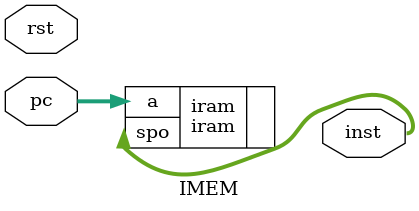
<source format=v>
`timescale 1ns / 1ps
module IMEM (
    input rst,
    input [31:0] pc,
    output [31:0] inst
);

iram iram (
  .a(pc),
  .spo(inst)
);
    
endmodule
</source>
